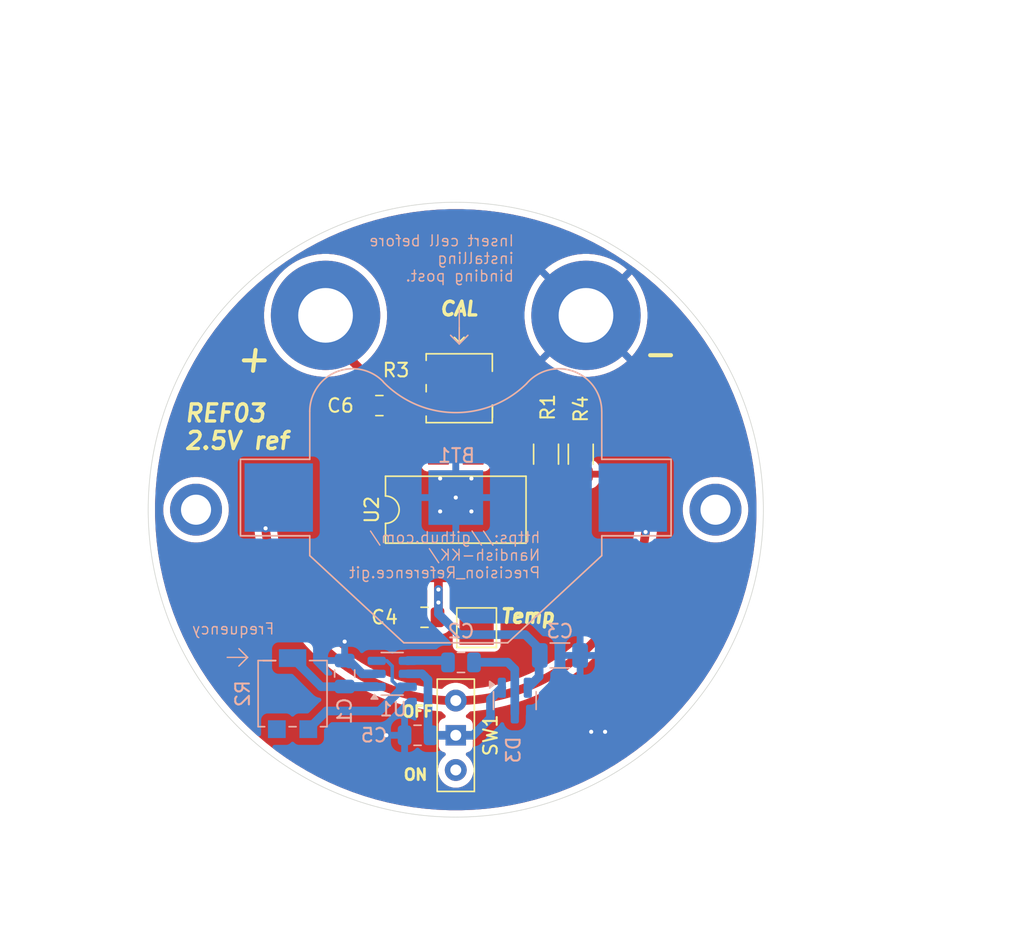
<source format=kicad_pcb>
(kicad_pcb (version 20241229) (generator "pcbnew") (generator_version "9.0")
  (layers (0 "F.Cu" signal) (2 "B.Cu" signal) (13 "F.Paste" user) (15 "B.Paste" user) (5 "F.SilkS" user "F.Silkscreen") (7 "B.SilkS" user "B.Silkscreen") (1 "F.Mask" user) (3 "B.Mask" user) (25 "Edge.Cuts" user))
  (net 0 "")
  (net 1 "GND")
  (net 2 "Net-(BT1-+)")
  (net 3 "Net-(U1-1A)")
  (net 4 "Net-(U1-2Y)")
  (net 5 "/5p2 V")
  (net 6 "+3V0")
  (net 7 "Net-(U2-VOUT)")
  (net 8 "Net-(U2-TRIM)")
  (net 9 "Net-(R1-Pad2)")
  (net 10 "/1Y")
  (net 11 "Net-(U2-TEMP)")
  (net 15 "Net-(D3-COM)")
  (footprint "Button_Switch_THT:SW_Slide-03_Wuerth-WS-SLTV_10x2.5x6.4_P2.54mm" (layer "F.Cu") (at 0 16.51 -90)
    (property "Reference" "SW1" (at 0 -2.54 90) (layer "F.SilkS"))
    (property "Value" "SW_SPST")
    (fp_poly (pts (xy -4.11 -1.36) (xy 4.11 -1.36) (xy 4.11 1.36) (xy -4.11 1.36)) (stroke (width 0.12)) (fill no) (layer "F.SilkS"))
    (pad "1" thru_hole rect (at 0 0 270) (size 1.5 1.5) (drill 0.8) (layers "*.Cu" "*.Mask") (net 6 "+3V0"))
    (pad "2" thru_hole circle (at -2.54 0 270) (size 1.6 1.6) (drill 0.8) (layers "*.Cu" "*.Mask") (net 2 "Net-(BT1-+)"))
    (pad "3" thru_hole circle (at 2.54 0 270) (size 1.6 1.6) (drill 0.8) (layers "*.Cu" "*.Mask"))
  )
  (footprint "Resistor_SMD:R_1206_3216Metric" (layer "F.Cu") (at 6.604 -4.064 90)
    (property "Reference" "R1" (at 3.429 0.127 270) (layer "F.SilkS"))
    (property "Value" "470k")
    (fp_line (start -0.727064 -0.91) (end 0.727064 -0.91) (stroke (width 0.12)) (layer "F.SilkS"))
    (fp_line (start -0.727064 0.91) (end 0.727064 0.91) (stroke (width 0.12)) (layer "F.SilkS"))
    (pad "1" smd roundrect (at -1.4625 0 90) (size 1.125 1.75) (layers "F.Cu" "F.Mask" "F.Paste") (roundrect_rratio 0.222222) (net 8 "Net-(U2-TRIM)"))
    (pad "2" smd roundrect (at 1.4625 0 90) (size 1.125 1.75) (layers "F.Cu" "F.Mask" "F.Paste") (roundrect_rratio 0.222222) (net 9 "Net-(R1-Pad2)"))
  )
  (footprint "MountingHole:MountingHole_2.2mm_M2_DIN965_Pad" (layer "F.Cu") (at 19 0)
    (property "Reference" "H2" (hide yes))
    (property "Value" "MountingHole_2.2mm_M2_DIN965_Pad")
    (pad "1" thru_hole circle (at 0 0) (size 3.8 3.8) (drill 2.2) (layers "*.Cu" "*.Mask"))
  )
  (footprint "Capacitor_SMD:C_0805_2012Metric" (layer "F.Cu") (at -5.588 -7.62)
    (property "Reference" "C6" (at -2.8448 0 0) (layer "F.SilkS"))
    (property "Value" "100nF")
    (fp_line (start -0.261253 -0.735) (end 0.261253 -0.735) (stroke (width 0.12)) (layer "F.SilkS"))
    (fp_line (start -0.261253 0.735) (end 0.261253 0.735) (stroke (width 0.12)) (layer "F.SilkS"))
    (pad "1" smd roundrect (at -0.949999 0) (size 1 1.45) (layers "F.Cu" "F.Mask" "F.Paste") (net 1 "GND"))
    (pad "2" smd roundrect (at 0.949999 0) (size 1 1.45) (layers "F.Cu" "F.Mask" "F.Paste") (net 7 "Net-(U2-VOUT)"))
  )
  (footprint "Potentiometer_SMD:Potentiometer_Bourns_3214G_Horizontal" (layer "F.Cu") (at 0.254 -8.89 180)
    (property "Reference" "R3" (at 4.6228 1.3208 0) (layer "F.SilkS"))
    (property "Value" "10k")
    (fp_line (start 2.42 2.04) (end 2.42 2.52) (stroke (width 0.12)) (layer "F.SilkS"))
    (fp_line (start 2.42 -0.26) (end 2.42 0.26) (stroke (width 0.12)) (layer "F.SilkS"))
    (fp_line (start 2.42 -2.52) (end 2.42 -2.04) (stroke (width 0.12)) (layer "F.SilkS"))
    (fp_line (start -2.42 2.52) (end 2.42 2.52) (stroke (width 0.12)) (layer "F.SilkS"))
    (fp_line (start -2.42 1.24) (end -2.42 2.52) (stroke (width 0.12)) (layer "F.SilkS"))
    (fp_line (start -2.42 -2.14) (end -2.42 -1.24) (stroke (width 0.12)) (layer "F.SilkS"))
    (fp_line (start -2.42 -2.14) (end -2.42 -1.24) (stroke (width 0.12)) (layer "F.SilkS"))
    (fp_line (start -2.42 -2.14) (end -2.42 -2.14) (stroke (width 0.12)) (layer "F.SilkS"))
    (fp_line (start -2.42 -2.52) (end 2.42 -2.52) (stroke (width 0.12)) (layer "F.SilkS"))
    (fp_line (start -2.42 -2.52) (end -2.42 -1.24) (stroke (width 0.12)) (layer "F.SilkS"))
    (pad "1" smd rect (at 2.6 -1.15 180) (size 1.3 1.3) (layers "F.Cu" "F.Mask" "F.Paste") (net 7 "Net-(U2-VOUT)"))
    (pad "2" smd rect (at -2.6 0 180) (size 1.3 2) (layers "F.Cu" "F.Mask" "F.Paste") (net 9 "Net-(R1-Pad2)"))
    (pad "3" smd rect (at 2.6 1.15 180) (size 1.3 1.3) (layers "F.Cu" "F.Mask" "F.Paste"))
  )
  (footprint "Capacitor_SMD:C_0805_2012Metric" (layer "F.Cu") (at -2.286 7.874)
    (property "Reference" "C4" (at -2.921 0 0) (layer "F.SilkS"))
    (property "Value" "100nF")
    (fp_line (start -0.261252 -0.735) (end 0.261252 -0.735) (stroke (width 0.12)) (layer "F.SilkS"))
    (fp_line (start -0.261252 0.735) (end 0.261252 0.735) (stroke (width 0.12)) (layer "F.SilkS"))
    (pad "1" smd roundrect (at -0.95 0) (size 1 1.45) (layers "F.Cu" "F.Mask" "F.Paste") (net 1 "GND"))
    (pad "2" smd roundrect (at 0.95 0) (size 1 1.45) (layers "F.Cu" "F.Mask" "F.Paste") (net 5 "/5p2 V"))
  )
  (footprint "Package_DIP:PowerIntegrations_SMD-8" (layer "F.Cu") (at 0 0 90)
    (property "Reference" "U2" (at 0 -6.14 90) (layer "F.SilkS"))
    (property "Value" "REF03GP")
    (fp_line (start 2.45 -5.14) (end 1 -5.14) (stroke (width 0.12)) (layer "F.SilkS"))
    (fp_line (start -1 -5.14) (end -2.45 -5.14) (stroke (width 0.12)) (layer "F.SilkS"))
    (fp_line (start -2.45 -5.14) (end -2.45 5.14) (stroke (width 0.12)) (layer "F.SilkS"))
    (fp_line (start 2.45 5.14) (end 2.45 -5.14) (stroke (width 0.12)) (layer "F.SilkS"))
    (fp_line (start -2.45 5.14) (end 2.45 5.14) (stroke (width 0.12)) (layer "F.SilkS"))
    (fp_arc (start 1 -5.14) (mid 0 -4.14) (end -1 -5.14) (stroke (width 0.12)) (layer "F.SilkS"))
    (pad "1" smd rect (at -4.3 -3.81 90) (size 2 1.17) (layers "F.Cu" "F.Mask" "F.Paste"))
    (pad "2" smd rect (at -4.3 -1.27 90) (size 2 1.52) (layers "F.Cu" "F.Mask" "F.Paste") (net 5 "/5p2 V"))
    (pad "3" smd rect (at -4.3 1.27 90) (size 2 1.52) (layers "F.Cu" "F.Mask" "F.Paste") (net 11 "Net-(U2-TEMP)"))
    (pad "4" smd rect (at -4.3 3.81 90) (size 2 1.17) (layers "F.Cu" "F.Mask" "F.Paste") (net 1 "GND"))
    (pad "5" smd rect (at 4.3 3.81 90) (size 2 1.17) (layers "F.Cu" "F.Mask" "F.Paste") (net 8 "Net-(U2-TRIM)"))
    (pad "6" smd rect (at 4.3 1.27 90) (size 2 1.52) (layers "F.Cu" "F.Mask" "F.Paste") (net 7 "Net-(U2-VOUT)"))
    (pad "7" smd rect (at 4.3 -1.27 90) (size 2 1.52) (layers "F.Cu" "F.Mask" "F.Paste"))
    (pad "8" smd rect (at 4.3 -3.81 90) (size 2 1.17) (layers "F.Cu" "F.Mask" "F.Paste"))
  )
  (footprint "Resistor_SMD:R_1206_3216Metric" (layer "F.Cu") (at 9.144 -4.064 90)
    (property "Reference" "R4" (at 3.302 0 270) (layer "F.SilkS"))
    (property "Value" "1k")
    (fp_line (start -0.727064 -0.91) (end 0.727064 -0.91) (stroke (width 0.12)) (layer "F.SilkS"))
    (fp_line (start -0.727064 0.91) (end 0.727064 0.91) (stroke (width 0.12)) (layer "F.SilkS"))
    (pad "1" smd roundrect (at -1.4625 0 90) (size 1.125 1.75) (layers "F.Cu" "F.Mask" "F.Paste") (roundrect_rratio 0.222222) (net 1 "GND"))
    (pad "2" smd roundrect (at 1.4625 0 90) (size 1.125 1.75) (layers "F.Cu" "F.Mask" "F.Paste") (roundrect_rratio 0.222222) (net 9 "Net-(R1-Pad2)"))
  )
  (footprint "TestPoint:TestPoint_Loop_D2.50mm_Drill1.0mm" (layer "F.Cu") (at 9.525 -14.224)
    (property "Reference" "TP4" (hide yes))
    (property "Value" "GND")
    (fp_circle (center 0 0) (end 1.5 0) (stroke (width 0.12)) (fill no) (layer "F.SilkS"))
    (pad "1" thru_hole circle (at 0 0) (size 8 8) (drill 4) (layers "*.Cu" "*.Mask") (net 1 "GND"))
  )
  (footprint "TestPoint:TestPoint_Loop_D2.50mm_Drill1.0mm" (layer "F.Cu") (at -9.525 -14.224 45)
    (property "Reference" "TP1" (hide yes))
    (property "Value" "REF_OUT")
    (fp_circle (center 0 0) (end 1.5 0) (stroke (width 0.12)) (fill no) (layer "F.SilkS"))
    (pad "1" thru_hole circle (at 0 0 45) (size 8 8) (drill 4) (layers "*.Cu" "*.Mask") (net 7 "Net-(U2-VOUT)"))
  )
  (footprint "MountingHole:MountingHole_2.2mm_M2_DIN965_Pad" (layer "F.Cu") (at -19 0)
    (property "Reference" "H1" (hide yes))
    (property "Value" "MountingHole_2.2mm_M2_DIN965_Pad")
    (pad "1" thru_hole circle (at 0 0) (size 3.8 3.8) (drill 2.2) (layers "*.Cu" "*.Mask"))
  )
  (footprint "TestPoint:TestPoint_Pad_2.5x2.5mm" (layer "F.Cu") (at 1.524 8.636)
    (property "Reference" "TP2" (hide yes))
    (property "Value" "TEMP")
    (fp_line (start -1.45 -1.45) (end 1.45 -1.45) (stroke (width 0.12)) (layer "F.SilkS"))
    (fp_line (start -1.45 1.45) (end -1.45 -1.45) (stroke (width 0.12)) (layer "F.SilkS"))
    (fp_line (start 1.45 -1.45) (end 1.45 1.45) (stroke (width 0.12)) (layer "F.SilkS"))
    (fp_line (start 1.45 1.45) (end -1.45 1.45) (stroke (width 0.12)) (layer "F.SilkS"))
    (pad "1" smd rect (at 0 0) (size 2.5 2.5) (layers "F.Cu" "F.Mask") (net 11 "Net-(U2-TEMP)"))
  )
  (footprint "Package_TO_SOT_SMD:SOT-23" (layer "B.Cu") (at 4.318 13.97 -90)
    (property "Reference" "D3" (at 3.6068 0.1016 90) (layer "B.SilkS") (effects (justify mirror)))
    (property "Value" "BAT54S")
    (fp_line (start 0 1.560001) (end -0.65 1.56) (stroke (width 0.12)) (layer "B.SilkS"))
    (fp_line (start 0 1.560001) (end 0.65 1.56) (stroke (width 0.12)) (layer "B.SilkS"))
    (fp_line (start 0 -1.560001) (end -0.65 -1.56) (stroke (width 0.12)) (layer "B.SilkS"))
    (fp_line (start 0 -1.560001) (end 0.65 -1.56) (stroke (width 0.12)) (layer "B.SilkS"))
    (fp_poly (pts (xy -1.1625 1.51) (xy -1.4025 1.84) (xy -0.9225 1.839999) (xy -1.1625 1.51)) (stroke (width 0.12)) (fill yes) (layer "B.SilkS"))
    (pad "1" smd roundrect (at -0.9375 0.95 270) (size 1.475 0.6) (layers "B.Cu" "B.Mask" "B.Paste") (net 6 "+3V0"))
    (pad "2" smd roundrect (at -0.9375 -0.95 270) (size 1.475 0.6) (layers "B.Cu" "B.Mask" "B.Paste") (net 5 "/5p2 V"))
    (pad "3" smd roundrect (at 0.937501 0 270) (size 1.475 0.6) (layers "B.Cu" "B.Mask" "B.Paste") (net 15 "Net-(D3-COM)"))
  )
  (footprint "Battery:BatteryHolder_Multicomp_BC-2001_1x2032" (layer "B.Cu") (at 0 -0.889 180)
    (property "Reference" "BT1" (at -0.0508 3.0734 0) (layer "B.SilkS") (effects (justify mirror)))
    (property "Value" "Battery_Cell")
    (fp_line (start 15.75 2.8) (end 10.68 2.8) (stroke (width 0.12)) (layer "B.SilkS"))
    (fp_line (start 15.75 -2.8) (end 15.75 2.8) (stroke (width 0.12)) (layer "B.SilkS"))
    (fp_line (start 10.68 2.8) (end 10.68 6.35) (stroke (width 0.12)) (layer "B.SilkS"))
    (fp_line (start 10.68 -2.8) (end 15.75 -2.8) (stroke (width 0.12)) (layer "B.SilkS"))
    (fp_line (start 10.68 -2.8) (end 10.68 -4.25) (stroke (width 0.12)) (layer "B.SilkS"))
    (fp_line (start 10.68 -4.25) (end 3.8 -10.63) (stroke (width 0.12)) (layer "B.SilkS"))
    (fp_line (start 3.8 -10.63) (end -3.8 -10.63) (stroke (width 0.12)) (layer "B.SilkS"))
    (fp_line (start -10.68 2.8) (end -10.68 6.28) (stroke (width 0.12)) (layer "B.SilkS"))
    (fp_line (start -10.68 -2.8) (end -10.68 -4.25) (stroke (width 0.12)) (layer "B.SilkS"))
    (fp_line (start -10.68 -4.25) (end -3.8 -10.63) (stroke (width 0.12)) (layer "B.SilkS"))
    (fp_line (start -15.75 2.8) (end -10.68 2.8) (stroke (width 0.12)) (layer "B.SilkS"))
    (fp_line (start -15.75 -2.8) (end -10.68 -2.8) (stroke (width 0.12)) (layer "B.SilkS"))
    (fp_line (start -15.75 -2.8) (end -15.75 2.8) (stroke (width 0.12)) (layer "B.SilkS"))
    (fp_arc (start 10.68 6.3) (mid 8.734461 9.197232) (end 5.316452 8.492753) (stroke (width 0.12)) (layer "B.SilkS"))
    (fp_arc (start -5.169999 8.330001) (mid 0.096808 6.218103) (end 5.306422 8.467392) (stroke (width 0.12)) (layer "B.SilkS"))
    (fp_arc (start -5.180001 8.339999) (mid -8.637972 9.23169) (end -10.677058 6.3) (stroke (width 0.12)) (layer "B.SilkS"))
    (pad "1" smd rect (at -12.95 0 180) (size 5 5) (layers "B.Cu" "B.Mask" "B.Paste") (net 2 "Net-(BT1-+)"))
    (pad "1" smd rect (at 12.95 0 180) (size 5 5) (layers "B.Cu" "B.Mask" "B.Paste") (net 2 "Net-(BT1-+)"))
    (pad "2" smd rect (at 0 0 180) (size 4 4) (layers "B.Cu" "B.Mask" "B.Paste") (net 1 "GND"))
  )
  (footprint "Capacitor_SMD:C_0805_2012Metric" (layer "B.Cu") (at -8.128 11.9888 90)
    (property "Reference" "C1" (at -2.7432 0 90) (layer "B.SilkS") (effects (justify mirror)))
    (property "Value" "100nF")
    (fp_line (start -0.261253 -0.735) (end 0.261253 -0.735) (stroke (width 0.12)) (layer "B.SilkS"))
    (fp_line (start -0.261253 0.735) (end 0.261253 0.735) (stroke (width 0.12)) (layer "B.SilkS"))
    (pad "1" smd roundrect (at -0.949999 0 90) (size 1 1.45) (layers "B.Cu" "B.Mask" "B.Paste") (net 3 "Net-(U1-1A)"))
    (pad "2" smd roundrect (at 0.949999 0 90) (size 1 1.45) (layers "B.Cu" "B.Mask" "B.Paste") (net 1 "GND"))
  )
  (footprint "Capacitor_SMD:C_0805_2012Metric" (layer "B.Cu") (at -2.794 16.51)
    (property "Reference" "C5" (at -3.175 0 0) (layer "B.SilkS") (effects (justify mirror)))
    (property "Value" "100nF")
    (fp_line (start -0.261253 -0.735) (end 0.261253 -0.735) (stroke (width 0.12)) (layer "B.SilkS"))
    (fp_line (start -0.261253 0.735) (end 0.261253 0.735) (stroke (width 0.12)) (layer "B.SilkS"))
    (pad "1" smd roundrect (at -0.949999 0) (size 1 1.45) (layers "B.Cu" "B.Mask" "B.Paste") (net 1 "GND"))
    (pad "2" smd roundrect (at 0.949999 0) (size 1 1.45) (layers "B.Cu" "B.Mask" "B.Paste") (net 6 "+3V0"))
  )
  (footprint "Package_TO_SOT_SMD:SOT-23-6" (layer "B.Cu") (at -4.649601 12.013026)
    (property "Reference" "U1" (at 0.077601 2.591974 0) (layer "B.SilkS") (effects (justify mirror)))
    (property "Value" "SN74LVC2G14DBV")
    (fp_line (start 0 -1.560001) (end -0.8 -1.56) (stroke (width 0.12)) (layer "B.SilkS"))
    (fp_line (start 0 -1.560001) (end 0.8 -1.56) (stroke (width 0.12)) (layer "B.SilkS"))
    (fp_line (start 0 1.560001) (end -0.8 1.56) (stroke (width 0.12)) (layer "B.SilkS"))
    (fp_line (start 0 1.560001) (end 0.8 1.56) (stroke (width 0.12)) (layer "B.SilkS"))
    (fp_poly (pts (xy -1.3 1.51) (xy -1.54 1.84) (xy -1.06 1.84) (xy -1.3 1.51)) (stroke (width 0.12)) (fill yes) (layer "B.SilkS"))
    (pad "1" smd roundrect (at -1.1375 0.949999) (size 1.325 0.6) (layers "B.Cu" "B.Mask" "B.Paste") (net 3 "Net-(U1-1A)"))
    (pad "2" smd roundrect (at -1.1375 0) (size 1.325 0.6) (layers "B.Cu" "B.Mask" "B.Paste") (net 1 "GND"))
    (pad "3" smd roundrect (at -1.1375 -0.949999) (size 1.325 0.6) (layers "B.Cu" "B.Mask" "B.Paste") (net 10 "/1Y"))
    (pad "4" smd roundrect (at 1.1375 -0.949999) (size 1.325 0.6) (layers "B.Cu" "B.Mask" "B.Paste") (net 4 "Net-(U1-2Y)"))
    (pad "5" smd roundrect (at 1.1375 0) (size 1.325 0.6) (layers "B.Cu" "B.Mask" "B.Paste") (net 6 "+3V0"))
    (pad "6" smd roundrect (at 1.1375 0.949999) (size 1.325 0.6) (layers "B.Cu" "B.Mask" "B.Paste") (net 10 "/1Y"))
  )
  (footprint "Potentiometer_SMD:Potentiometer_Bourns_3214G_Horizontal" (layer "B.Cu") (at -11.938 13.462 -90)
    (property "Reference" "R2" (at 0 3.65 90) (layer "B.SilkS") (effects (justify mirror)))
    (property "Value" "10k")
    (fp_line (start -2.419999 2.52) (end 2.419999 2.52) (stroke (width 0.12)) (layer "B.SilkS"))
    (fp_line (start -2.419999 2.52) (end -2.42 1.24) (stroke (width 0.12)) (layer "B.SilkS"))
    (fp_line (start 2.419999 2.52) (end 2.42 2.04) (stroke (width 0.12)) (layer "B.SilkS"))
    (fp_line (start -2.42 2.14) (end -2.42 2.14) (stroke (width 0.12)) (layer "B.SilkS"))
    (fp_line (start -2.42 2.14) (end -2.42 1.24) (stroke (width 0.12)) (layer "B.SilkS"))
    (fp_line (start -2.42 2.14) (end -2.42 1.24) (stroke (width 0.12)) (layer "B.SilkS"))
    (fp_line (start 2.42 0.26) (end 2.42 -0.26) (stroke (width 0.12)) (layer "B.SilkS"))
    (fp_line (start -2.42 -1.24) (end -2.419999 -2.52) (stroke (width 0.12)) (layer "B.SilkS"))
    (fp_line (start 2.42 -2.04) (end 2.419999 -2.52) (stroke (width 0.12)) (layer "B.SilkS"))
    (fp_line (start -2.419999 -2.52) (end 2.419999 -2.52) (stroke (width 0.12)) (layer "B.SilkS"))
    (pad "1" smd rect (at 2.6 -1.15 270) (size 1.3 1.3) (layers "B.Cu" "B.Mask" "B.Paste") (net 10 "/1Y"))
    (pad "2" smd rect (at -2.600001 0 270) (size 1.3 2) (layers "B.Cu" "B.Mask" "B.Paste") (net 3 "Net-(U1-1A)"))
    (pad "3" smd rect (at 2.6 1.15 270) (size 1.3 1.3) (layers "B.Cu" "B.Mask" "B.Paste"))
  )
  (footprint "Capacitor_SMD:C_1206_3216Metric" (layer "B.Cu") (at 7.62 10.668)
    (property "Reference" "C3" (at 0 -1.778 0) (layer "B.SilkS") (effects (justify mirror)))
    (property "Value" "1uF")
    (fp_line (start -0.711252 -0.91) (end 0.711252 -0.91) (stroke (width 0.12)) (layer "B.SilkS"))
    (fp_line (start -0.711252 0.91) (end 0.711252 0.91) (stroke (width 0.12)) (layer "B.SilkS"))
    (pad "1" smd roundrect (at -1.475001 0) (size 1.15 1.8) (layers "B.Cu" "B.Mask" "B.Paste") (roundrect_rratio 0.217391) (net 5 "/5p2 V"))
    (pad "2" smd roundrect (at 1.475001 0) (size 1.15 1.8) (layers "B.Cu" "B.Mask" "B.Paste") (roundrect_rratio 0.217391) (net 1 "GND"))
  )
  (footprint "Capacitor_SMD:C_0805_2012Metric" (layer "B.Cu") (at 0.381 11.176 180)
    (property "Reference" "C2" (at 0 2.286 0) (layer "B.SilkS") (effects (justify mirror)))
    (property "Value" "470nF")
    (fp_line (start -0.261253 0.735) (end 0.261253 0.735) (stroke (width 0.12)) (layer "B.SilkS"))
    (fp_line (start -0.261253 -0.735) (end 0.261253 -0.735) (stroke (width 0.12)) (layer "B.SilkS"))
    (pad "1" smd roundrect (at -0.949999 0 180) (size 1 1.45) (layers "B.Cu" "B.Mask" "B.Paste") (net 15 "Net-(D3-COM)"))
    (pad "2" smd roundrect (at 0.949999 0 180) (size 1 1.45) (layers "B.Cu" "B.Mask" "B.Paste") (net 4 "Net-(U1-2Y)"))
  )
  (gr_arc (start 13.883484 1.633351) (mid -0.13547 13.978577) (end -13.912532 1.363973) (stroke (width 0.635)) (layer "F.Cu") (net 2))
  (gr_line (start 0.254 -12.2682) (end -0.1016 -12.6238) (stroke (width 0.1)) (layer "F.SilkS"))
  (gr_line (start 0.254 -12.2682) (end 0.6096 -12.6238) (stroke (width 0.1)) (layer "F.SilkS"))
  (gr_line (start 0.6096 -12.6238) (end 0.254 -12.2682) (stroke (width 0.1)) (layer "F.SilkS"))
  (gr_line (start 0.254 -13.335) (end 0.254 -12.2682) (stroke (width 0.1)) (layer "F.SilkS"))
  (gr_line (start -15.2273 10.8077) (end -15.8623 10.1727) (stroke (width 0.1)) (layer "B.SilkS"))
  (gr_line (start 0.254 -12.1285) (end 0.889 -12.7635) (stroke (width 0.1)) (layer "B.SilkS"))
  (gr_line (start -16.71955 10.8077) (end -15.2273 10.8077) (stroke (width 0.1)) (layer "B.SilkS"))
  (gr_line (start 0.889 -12.7635) (end 0.254 -12.1285) (stroke (width 0.1)) (layer "B.SilkS"))
  (gr_line (start -15.8623 10.1727) (end -15.2273 10.8077) (stroke (width 0.1)) (layer "B.SilkS"))
  (gr_line (start -15.2273 10.8077) (end -15.8623 11.4427) (stroke (width 0.1)) (layer "B.SilkS"))
  (gr_line (start 0.254 -12.1285) (end -0.381 -12.7635) (stroke (width 0.1)) (layer "B.SilkS"))
  (gr_line (start 0.254 -14.605) (end 0.254 -12.1285) (stroke (width 0.1)) (layer "B.SilkS"))
  (gr_line (start -0.381 -12.7635) (end 0.254 -12.1285) (stroke (width 0.1)) (layer "B.SilkS"))
  (gr_line (start -15.8623 11.4427) (end -15.2273 10.8077) (stroke (width 0.1)) (layer "B.SilkS"))
  (gr_circle (center 0 0) (end 22.5 0) (stroke (width 0.05)) (fill no) (layer "Edge.Cuts"))
  (gr_text "+" (at -16.256 -9.906 0) (layer "F.SilkS") (effects (font (size 2 2) (thickness 0.3) (italic yes)) (justify left bottom)))
  (gr_text "-\n" (at 13.462 -10.287 0) (layer "F.SilkS") (effects (font (size 2 2) (thickness 0.3) (italic yes)) (justify left bottom)))
  (gr_text "OFF" (at -4.0132 15.24 0) (layer "F.SilkS") (effects (font (size 0.8 0.8) (thickness 0.2) (bold yes)) (justify left bottom)))
  (gr_text "ON\n" (at -3.9116 19.8628 0) (layer "F.SilkS") (effects (font (size 0.8 0.8) (thickness 0.2) (bold yes)) (justify left bottom)))
  (gr_text "Temp" (at 3.175 8.382 0) (layer "F.SilkS") (effects (font (size 1 1) (thickness 0.25) (bold yes) (italic yes)) (justify left bottom)))
  (gr_text "REF03\n2.5V ref" (at -19.939 -4.318 0) (layer "F.SilkS") (effects (font (size 1.25 1.25) (thickness 0.25) (bold yes) (italic yes)) (justify left bottom)))
  (gr_text "CAL" (at -1.27 -14.1224 0) (layer "F.SilkS") (effects (font (size 1 1) (thickness 0.25) (bold yes) (italic yes)) (justify left bottom)))
  (gr_text "Insert cell before\ninstalling\nbinding post." (at 4.318 -16.637 0) (layer "B.SilkS") (effects (font (size 0.8 0.8) (thickness 0.1)) (justify left bottom mirror)))
  (gr_text "https://github.com/\nNandish-KK/\nPrecision_Reference.git" (at 6.2484 5.08 0) (layer "B.SilkS") (effects (font (size 0.8 0.8) (thickness 0.1)) (justify left bottom mirror)))
  (gr_text "Frequency" (at -13.208 9.1948 0) (layer "B.SilkS") (effects (font (size 0.8 0.8) (thickness 0.1)) (justify left bottom mirror)))
  (via (at -1.143 0.127) (size 0.6) (drill 0.3) (layers "F.Cu" "B.Cu") (net 1))
  (via (at -5.08 16.51) (size 0.6) (drill 0.3) (layers "F.Cu" "B.Cu") (net 1))
  (via (at 1.143 -2.286) (size 0.6) (drill 0.3) (layers "F.Cu" "B.Cu") (net 1))
  (via (at 10.922 16.256) (size 0.6) (drill 0.3) (layers "F.Cu" "B.Cu") (net 1))
  (via (at 1.143 0.127) (size 0.6) (drill 0.3) (layers "F.Cu" "B.Cu") (net 1))
  (via (at 9.906 16.256) (size 0.6) (drill 0.3) (layers "F.Cu" "B.Cu") (net 1))
  (via (at -1.143 -2.286) (size 0.6) (drill 0.3) (layers "F.Cu" "B.Cu") (net 1))
  (via (at 0 -0.889) (size 0.6) (drill 0.3) (layers "F.Cu" "B.Cu") (net 1))
  (via (at -8.128 9.652) (size 0.6) (drill 0.3) (layers "F.Cu" "B.Cu") (net 1))
  (segment (start -6.818077 12.013026) (end -6.83168 12.013026) (width 0.635) (layer "B.Cu") (net 1))
  (segment (start -7.805905 11.038801) (end -7.805905 11.293675) (width 0.635) (layer "B.Cu") (net 1))
  (segment (start -6.83168 12.013026) (end -7.805905 11.038801) (width 0.635) (layer "B.Cu") (net 1))
  (segment (start -5.787101 12.013026) (end -6.818077 12.013026) (width 0.635) (layer "B.Cu") (net 1))
  (via (at -13.912532 1.363973) (size 0.6) (drill 0.3) (layers "F.Cu" "B.Cu") (net 2))
  (via (at 13.883484 1.633351) (size 0.6) (drill 0.3) (layers "F.Cu" "B.Cu") (net 2))
  (segment (start -9.845999 12.954) (end -11.938 10.861999) (width 0.635) (layer "B.Cu") (net 3))
  (segment (start -5.787101 12.963025) (end -7.830131 12.963025) (width 0.635) (layer "B.Cu") (net 3))
  (segment (start -5.811327 12.938799) (end -5.787101 12.963025) (width 0.635) (layer "B.Cu") (net 3))
  (segment (start -7.805905 12.938799) (end -5.811327 12.938799) (width 0.635) (layer "B.Cu") (net 3))
  (segment (start -7.839156 12.954) (end -9.845999 12.954) (width 0.635) (layer "B.Cu") (net 3))
  (segment (start -7.830131 12.963025) (end -7.839156 12.954) (width 0.635) (layer "B.Cu") (net 3))
  (segment (start -3.512101 11.063027) (end -3.461988 11.012914) (width 0.254) (layer "B.Cu") (net 4))
  (segment (start -3.512101 11.063027) (end -3.487179 11.038105) (width 0.635) (layer "B.Cu") (net 4))
  (segment (start -0.706894 11.038105) (end -0.568999 11.176) (width 0.635) (layer "B.Cu") (net 4))
  (segment (start -3.487179 11.038105) (end -0.706894 11.038105) (width 0.635) (layer "B.Cu") (net 4))
  (segment (start -1.27 7.808) (end -1.27 6.792) (width 0.635) (layer "F.Cu") (net 5))
  (segment (start -1.27 5.842) (end -1.27 6.792) (width 0.635) (layer "F.Cu") (net 5))
  (segment (start -1.27 4.3) (end -1.27 6.792) (width 0.254) (layer "F.Cu") (net 5))
  (segment (start -1.336 7.874) (end -1.27 7.808) (width 0.635) (layer "F.Cu") (net 5))
  (segment (start -1.27 5.842) (end -1.27 4.3) (width 0.635) (layer "F.Cu") (net 5))
  (via (at -1.27 5.842) (size 0.6) (drill 0.3) (layers "F.Cu" "B.Cu") (net 5))
  (via (at -1.27 6.792) (size 0.6) (drill 0.3) (layers "F.Cu" "B.Cu") (net 5))
  (segment (start -1.27 5.842) (end -1.27 7.62) (width 0.635) (layer "B.Cu") (net 5))
  (segment (start 5.08 9.144) (end 6.096 10.16) (width 0.635) (layer "B.Cu") (net 5))
  (segment (start 6.096 10.16) (end 6.096 12.2045) (width 0.635) (layer "B.Cu") (net 5))
  (segment (start 6.096 12.2045) (end 5.268 13.0325) (width 0.635) (layer "B.Cu") (net 5))
  (segment (start 0.254 9.144) (end 5.08 9.144) (width 0.635) (layer "B.Cu") (net 5))
  (segment (start -1.27 7.62) (end 0.254 9.144) (width 0.635) (layer "B.Cu") (net 5))
  (segment (start -2.032 16.322001) (end -2.032 12.446) (width 0.635) (layer "B.Cu") (net 6))
  (segment (start -2.464974 12.013026) (end -3.512101 12.013026) (width 0.635) (layer "B.Cu") (net 6))
  (segment (start -2.032 12.446) (end -2.286 12.192) (width 0.635) (layer "B.Cu") (net 6))
  (segment (start -1.844001 16.51) (end -2.032 16.322001) (width 0.635) (layer "B.Cu") (net 6))
  (segment (start -2.286 12.192) (end -2.464974 12.013026) (width 0.635) (layer "B.Cu") (net 6))
  (segment (start 0 16.51) (end 1.27 16.51) (width 0.635) (layer "B.Cu") (net 6))
  (segment (start 0 16.51) (end -1.844001 16.51) (width 0.635) (layer "B.Cu") (net 6))
  (segment (start 1.27 16.51) (end 2.54 15.24) (width 0.635) (layer "B.Cu") (net 6))
  (segment (start 2.54 15.24) (end 2.54 13.8605) (width 0.635) (layer "B.Cu") (net 6))
  (segment (start 2.54 13.8605) (end 3.368 13.0325) (width 0.635) (layer "B.Cu") (net 6))
  (segment (start -7.5 -10.802) (end -4.318 -7.62) (width 0.635) (layer "F.Cu") (net 7))
  (segment (start 0.508 -7.62) (end 1.27 -6.858) (width 0.635) (layer "F.Cu") (net 7))
  (segment (start -4.318 -7.62) (end 0.508 -7.62) (width 0.635) (layer "F.Cu") (net 7))
  (segment (start -7.5 -13.462) (end -7.5 -10.802) (width 0.635) (layer "F.Cu") (net 7))
  (segment (start 1.27 -6.858) (end 1.27 -4.3) (width 0.635) (layer "F.Cu") (net 7))
  (segment (start 4.046 -4.064) (end 3.81 -4.3) (width 0.635) (layer "F.Cu") (net 8))
  (segment (start 6.604 -2.6015) (end 6.604 -3.556) (width 0.635) (layer "F.Cu") (net 8))
  (segment (start 6.604 -3.556) (end 6.096 -4.064) (width 0.635) (layer "F.Cu") (net 8))
  (segment (start 6.096 -4.064) (end 4.046 -4.064) (width 0.635) (layer "F.Cu") (net 8))
  (segment (start 2.854 -8.89) (end 2.854 -8.83) (width 0.635) (layer "F.Cu") (net 9))
  (segment (start 6.604 -5.5265) (end 9.144 -5.5265) (width 0.635) (layer "F.Cu") (net 9))
  (segment (start 6.1575 -5.5265) (end 7.112 -5.5265) (width 0.635) (layer "F.Cu") (net 9))
  (segment (start 2.854 -8.83) (end 6.1575 -5.5265) (width 0.635) (layer "F.Cu") (net 9))
  (segment (start -9.458 14.732) (end -10.788 16.062) (width 0.635) (layer "B.Cu") (net 10))
  (segment (start -4.064 13.208) (end -5.588 14.732) (width 0.635) (layer "B.Cu") (net 10))
  (segment (start -4.649601 11.448666) (end -4.649601 12.526296) (width 0.254) (layer "B.Cu") (net 10))
  (segment (start -5.588 14.732) (end -9.458 14.732) (width 0.635) (layer "B.Cu") (net 10))
  (segment (start -4.064 12.963025) (end -4.064 13.208) (width 0.635) (layer "B.Cu") (net 10))
  (segment (start -5.787101 11.063027) (end -5.03524 11.063027) (width 0.254) (layer "B.Cu") (net 10))
  (segment (start -3.512101 12.963025) (end -4.064 12.963025) (width 0.635) (layer "B.Cu") (net 10))
  (segment (start -5.03524 11.063027) (end -4.649601 11.448666) (width 0.254) (layer "B.Cu") (net 10))
  (segment (start -4.649601 12.526296) (end -4.212872 12.963025) (width 0.254) (layer "B.Cu") (net 10))
  (segment (start -4.212872 12.963025) (end -3.512101 12.963025) (width 0.254) (layer "B.Cu") (net 10))
  (segment (start 1.524 4.554) (end 1.27 4.3) (width 0.635) (layer "F.Cu") (net 11))
  (segment (start 1.524 8.636) (end 1.524 4.554) (width 0.635) (layer "F.Cu") (net 11))
  (segment (start 1.340955 11.166044) (end 1.330999 11.176) (width 0.635) (layer "B.Cu") (net 15))
  (segment (start 4.318 14.907501) (end 4.318 11.684) (width 0.635) (layer "B.Cu") (net 15))
  (segment (start 3.800044 11.166044) (end 1.340955 11.166044) (width 0.635) (layer "B.Cu") (net 15))
  (segment (start 4.318 11.684) (end 3.800044 11.166044) (width 0.635) (layer "B.Cu") (net 15))
  (zone (net 1) (net_name "GND") (layers "F.Cu" "B.Cu") (connect_pads (clearance 0.5)) (min_thickness 0.3) (fill yes (thermal_gap 0.5) (thermal_bridge_width 0.5))
    (polygon (pts (xy 28.333125 -1.41889) (xy 28.293499 -2.477929) (xy 28.214302 -3.534745) (xy 28.095644 -4.587862) (xy 27.937692 -5.635805) (xy 27.740666 -6.677109) (xy 27.504843 -7.710318) (xy 27.230552 -8.733987) (xy 26.918176 -9.746684) (xy 26.568153 -10.746992) (xy 26.180972 -11.733514) (xy 25.757175 -12.704868) (xy 25.297353 -13.659697) (xy 24.802151 -14.596665) (xy 24.272261 -15.514461) (xy 23.708424 -16.411802) (xy 23.111429 -17.287433) (xy 22.48211 -18.14013) (xy 21.821348 -18.968699) (xy 21.130067 -19.771983) (xy 20.409234 -20.548856) (xy 19.659856 -21.298234) (xy 18.882983 -22.019067) (xy 18.079699 -22.710348) (xy 17.25113 -23.37111) (xy 16.398433 -24.000429) (xy 15.522802 -24.597424) (xy 14.625461 -25.161261) (xy 13.707665 -25.691151) (xy 12.770697 -26.186353) (xy 11.815868 -26.646175) (xy 10.844514 -27.069972) (xy 9.857992 -27.457153) (xy 8.857684 -27.807176) (xy 7.844987 -28.119552) (xy 6.821318 -28.393843) (xy 5.788109 -28.629666) (xy 4.746805 -28.826692) (xy 3.698862 -28.984644) (xy 2.645745 -29.103302) (xy 1.588929 -29.182499) (xy 0.52989 -29.222125) (xy -0.52989 -29.222125) (xy -1.588929 -29.182499) (xy -2.645745 -29.103302) (xy -3.698862 -28.984644) (xy -4.746805 -28.826692) (xy -5.788109 -28.629666) (xy -6.821318 -28.393843) (xy -7.844987 -28.119552) (xy -8.857684 -27.807176) (xy -9.857992 -27.457153) (xy -10.844514 -27.069972) (xy -11.815868 -26.646175) (xy -12.770697 -26.186353) (xy -13.707665 -25.691151) (xy -14.625461 -25.161261) (xy -15.522802 -24.597424) (xy -16.398433 -24.000429) (xy -17.25113 -23.37111) (xy -18.079699 -22.710348) (xy -18.882983 -22.019067) (xy -19.659856 -21.298234) (xy -20.409234 -20.548856) (xy -21.130067 -19.771983) (xy -21.821348 -18.968699) (xy -22.48211 -18.14013) (xy -23.111429 -17.287433) (xy -23.708424 -16.411802) (xy -24.272261 -15.514461) (xy -24.802151 -14.596665) (xy -25.297353 -13.659697) (xy -25.757175 -12.704868) (xy -26.180972 -11.733514) (xy -26.568153 -10.746992) (xy -26.918176 -9.746684) (xy -27.230552 -8.733987) (xy -27.504843 -7.710318) (xy -27.740666 -6.677109) (xy -27.937692 -5.635805) (xy -28.095644 -4.587862) (xy -28.214302 -3.534745) (xy -28.293499 -2.477929) (xy -28.333125 -1.41889) (xy -28.333125 -0.35911) (xy -28.293499 0.699929) (xy -28.214302 1.756745) (xy -28.095644 2.809862) (xy -27.937692 3.857805) (xy -27.740666 4.899109) (xy -27.504843 5.932318) (xy -27.230552 6.955987) (xy -26.918176 7.968684) (xy -26.568153 8.968992) (xy -26.180972 9.955514) (xy -25.757175 10.926868) (xy -25.297353 11.881697) (xy -24.802151 12.818665) (xy -24.272261 13.736461) (xy -23.708424 14.633802) (xy -23.111429 15.509433) (xy -22.48211 16.36213) (xy -21.821348 17.190699) (xy -21.130067 17.993983) (xy -20.409234 18.770856) (xy -19.659856 19.520234) (xy -18.882983 20.241067) (xy -18.079699 20.932348) (xy -17.25113 21.59311) (xy -16.398433 22.222429) (xy -15.522802 22.819424) (xy -14.625461 23.383261) (xy -13.707665 23.913151) (xy -12.770697 24.408353) (xy -11.815868 24.868175) (xy -10.844514 25.291972) (xy -9.857992 25.679153) (xy -8.857684 26.029176) (xy -7.844987 26.341552) (xy -6.821318 26.615843) (xy -5.788109 26.851666) (xy -4.746805 27.048692) (xy -3.698862 27.206644) (xy -2.645745 27.325302) (xy -1.588929 27.404499) (xy -0.52989 27.444125) (xy 0.52989 27.444125) (xy 1.588929 27.404499) (xy 2.645745 27.325302) (xy 3.698862 27.206644) (xy 4.746805 27.048692) (xy 5.788109 26.851666) (xy 6.821318 26.615843) (xy 7.844987 26.341552) (xy 8.857684 26.029176) (xy 9.857992 25.679153) (xy 10.844514 25.291972) (xy 11.815868 24.868175) (xy 12.770697 24.408353) (xy 13.707665 23.913151) (xy 14.625461 23.383261) (xy 15.522802 22.819424) (xy 16.398433 22.222429) (xy 17.25113 21.59311) (xy 18.079699 20.932348) (xy 18.882983 20.241067) (xy 19.659856 19.520234) (xy 20.409234 18.770856) (xy 21.130067 17.993983) (xy 21.821348 17.190699) (xy 22.48211 16.36213) (xy 23.111429 15.509433) (xy 23.708424 14.633802) (xy 24.272261 13.736461) (xy 24.802151 12.818665) (xy 25.297353 11.881697) (xy 25.757175 10.926868) (xy 26.180972 9.955514) (xy 26.568153 8.968992) (xy 26.918176 7.968684) (xy 27.230552 6.955987) (xy 27.504843 5.932318) (xy 27.740666 4.899109) (xy 27.937692 3.857805) (xy 28.095644 2.809862) (xy 28.214302 1.756745) (xy 28.293499 0.699929) (xy 28.333125 -0.35911)))
  )
)
</source>
